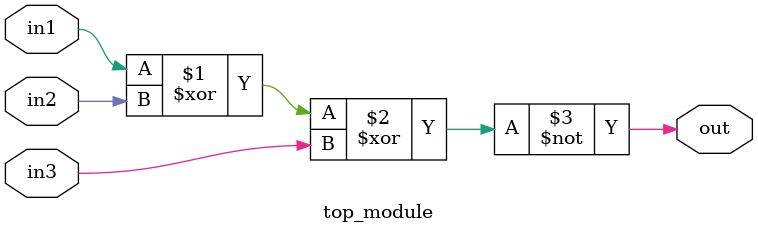
<source format=sv>
module top_module (
	input in1,
	input in2,
	input in3,
	output logic out
);

  assign out = ~((in1 ^ in2) ^ in3);

endmodule

</source>
